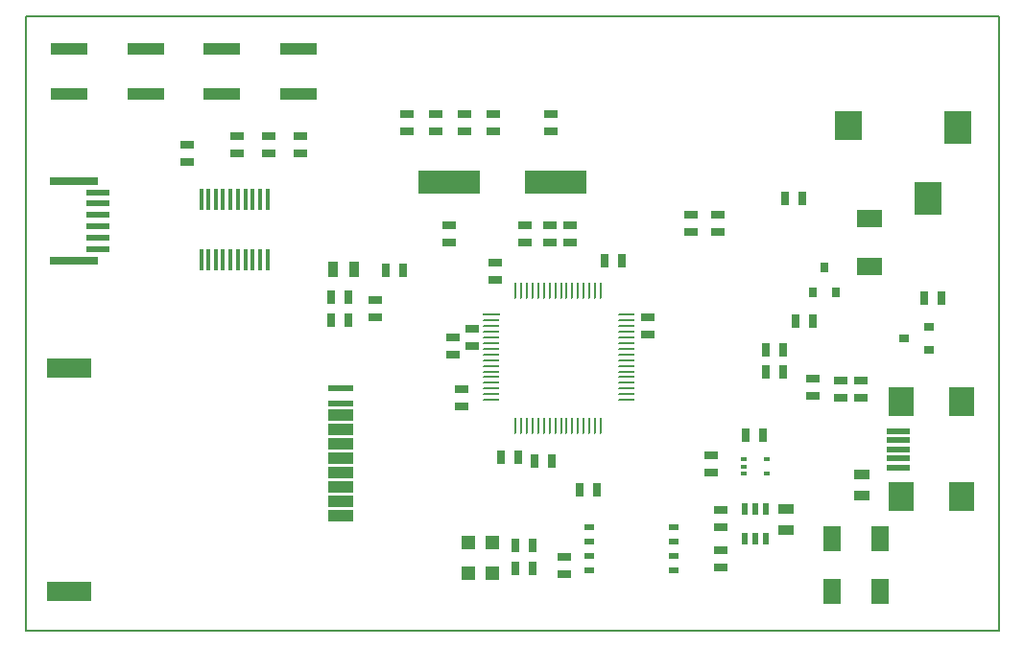
<source format=gtp>
G04 (created by PCBNEW-RS274X (2011-05-25)-stable) date Fri 18 May 2012 19:27:03 CEST*
G01*
G70*
G90*
%MOIN*%
G04 Gerber Fmt 3.4, Leading zero omitted, Abs format*
%FSLAX34Y34*%
G04 APERTURE LIST*
%ADD10C,0.006000*%
%ADD11C,0.008000*%
%ADD12R,0.025000X0.045000*%
%ADD13R,0.045000X0.025000*%
%ADD14R,0.035000X0.055000*%
%ADD15R,0.055000X0.035000*%
%ADD16R,0.060000X0.009800*%
%ADD17O,0.060000X0.009800*%
%ADD18O,0.009800X0.060000*%
%ADD19R,0.031500X0.035400*%
%ADD20R,0.035400X0.031500*%
%ADD21R,0.126000X0.039400*%
%ADD22R,0.078700X0.019700*%
%ADD23R,0.086600X0.098400*%
%ADD24R,0.090600X0.039400*%
%ADD25R,0.090600X0.019700*%
%ADD26R,0.157500X0.066900*%
%ADD27R,0.016000X0.074800*%
%ADD28R,0.020000X0.012000*%
%ADD29R,0.023600X0.043300*%
%ADD30R,0.090600X0.059800*%
%ADD31R,0.059800X0.090600*%
%ADD32R,0.037900X0.019700*%
%ADD33R,0.047200X0.047200*%
%ADD34R,0.094500X0.116100*%
%ADD35R,0.094500X0.104300*%
%ADD36R,0.216500X0.078700*%
%ADD37R,0.078700X0.023600*%
%ADD38R,0.165400X0.027600*%
G04 APERTURE END LIST*
G54D10*
G54D11*
X14450Y-56300D02*
X14450Y-34950D01*
X48250Y-56300D02*
X14450Y-56300D01*
X48250Y-34950D02*
X48250Y-56300D01*
X15250Y-34950D02*
X48250Y-34950D01*
X14450Y-34950D02*
X15250Y-34950D01*
G54D12*
X33687Y-51400D03*
X34287Y-51400D03*
X41795Y-45537D03*
X41195Y-45537D03*
X32050Y-53350D03*
X31450Y-53350D03*
X32050Y-54150D03*
X31450Y-54150D03*
X40842Y-41267D03*
X41442Y-41267D03*
X25050Y-44700D03*
X25650Y-44700D03*
X40150Y-46550D03*
X40750Y-46550D03*
X40150Y-47300D03*
X40750Y-47300D03*
G54D13*
X32700Y-38350D03*
X32700Y-38950D03*
X30700Y-38350D03*
X30700Y-38950D03*
X29700Y-38350D03*
X29700Y-38950D03*
X28700Y-38350D03*
X28700Y-38950D03*
X27700Y-38350D03*
X27700Y-38950D03*
X42750Y-48200D03*
X42750Y-47600D03*
X43450Y-48200D03*
X43450Y-47600D03*
G54D12*
X46250Y-44750D03*
X45650Y-44750D03*
X27551Y-43763D03*
X26951Y-43763D03*
G54D13*
X38600Y-52100D03*
X38600Y-52700D03*
X38600Y-54100D03*
X38600Y-53500D03*
G54D12*
X34550Y-43450D03*
X35150Y-43450D03*
X32725Y-50400D03*
X32125Y-50400D03*
G54D13*
X29150Y-42200D03*
X29150Y-42800D03*
X31800Y-42800D03*
X31800Y-42200D03*
X29600Y-47900D03*
X29600Y-48500D03*
X30750Y-44100D03*
X30750Y-43500D03*
X38500Y-42450D03*
X38500Y-41850D03*
X29300Y-46700D03*
X29300Y-46100D03*
X37550Y-42450D03*
X37550Y-41850D03*
G54D12*
X25650Y-45500D03*
X25050Y-45500D03*
G54D13*
X33350Y-42800D03*
X33350Y-42200D03*
X36050Y-46025D03*
X36050Y-45425D03*
X26600Y-45400D03*
X26600Y-44800D03*
X41800Y-48150D03*
X41800Y-47550D03*
G54D12*
X31550Y-50275D03*
X30950Y-50275D03*
G54D13*
X32647Y-42804D03*
X32647Y-42204D03*
X29950Y-46400D03*
X29950Y-45800D03*
G54D14*
X25870Y-43753D03*
X25120Y-43753D03*
G54D15*
X43500Y-50875D03*
X43500Y-51625D03*
G54D16*
X30639Y-45324D03*
G54D17*
X30639Y-45521D03*
X30639Y-45718D03*
X30639Y-45915D03*
X30639Y-46112D03*
X30639Y-46308D03*
X30639Y-46505D03*
X30639Y-46702D03*
X30639Y-46899D03*
X30639Y-47096D03*
X30639Y-47293D03*
X30639Y-47489D03*
X30639Y-47686D03*
X30639Y-47883D03*
X30639Y-48080D03*
X30639Y-48277D03*
G54D18*
X31474Y-49175D03*
X31671Y-49175D03*
X31868Y-49175D03*
X32065Y-49175D03*
X32262Y-49175D03*
X32458Y-49175D03*
X32655Y-49175D03*
X32852Y-49175D03*
X33049Y-49175D03*
X33246Y-49175D03*
X33443Y-49175D03*
X33639Y-49175D03*
X33836Y-49175D03*
X34033Y-49175D03*
X34230Y-49175D03*
X34427Y-49175D03*
G54D17*
X35325Y-48277D03*
X35325Y-48080D03*
X35325Y-47883D03*
X35325Y-47686D03*
X35325Y-47489D03*
X35325Y-47293D03*
X35325Y-47096D03*
X35325Y-46899D03*
X35325Y-46702D03*
X35325Y-46505D03*
X35325Y-46308D03*
X35325Y-46112D03*
X35325Y-45915D03*
X35325Y-45718D03*
X35325Y-45521D03*
X35325Y-45324D03*
G54D18*
X34427Y-44489D03*
X34230Y-44489D03*
X33836Y-44489D03*
X34033Y-44482D03*
X33639Y-44489D03*
X33443Y-44489D03*
X33246Y-44489D03*
X33049Y-44489D03*
X32852Y-44489D03*
X32655Y-44489D03*
X32461Y-44489D03*
X32264Y-44489D03*
X32067Y-44489D03*
X31870Y-44489D03*
X31674Y-44489D03*
X31477Y-44489D03*
G54D19*
X41806Y-44533D03*
X42594Y-44533D03*
X42200Y-43667D03*
G54D20*
X45833Y-46544D03*
X45833Y-45756D03*
X44967Y-46150D03*
G54D21*
X18639Y-36063D03*
X18639Y-37637D03*
X15961Y-37637D03*
X15961Y-36063D03*
X23939Y-36063D03*
X23939Y-37637D03*
X21261Y-37637D03*
X21261Y-36063D03*
G54D22*
X44764Y-50315D03*
X44764Y-50000D03*
X44764Y-49685D03*
X44764Y-49370D03*
X44764Y-50630D03*
G54D23*
X44863Y-51654D03*
X44863Y-48346D03*
X46949Y-51654D03*
X46949Y-48346D03*
G54D24*
X25403Y-52294D03*
X25403Y-51794D03*
X25403Y-50794D03*
X25403Y-51294D03*
X25403Y-50294D03*
X25403Y-49794D03*
X25403Y-49294D03*
X25403Y-48794D03*
G54D25*
X25403Y-48400D03*
X25403Y-47889D03*
G54D26*
X15954Y-47172D03*
X15954Y-54928D03*
G54D27*
X22850Y-41300D03*
X22600Y-41300D03*
X22340Y-41300D03*
X22080Y-41300D03*
X21830Y-41300D03*
X21570Y-41300D03*
X21310Y-41300D03*
X21060Y-41300D03*
X20800Y-41300D03*
X20550Y-41300D03*
X20550Y-43400D03*
X20800Y-43400D03*
X21060Y-43400D03*
X21310Y-43400D03*
X21570Y-43400D03*
X21830Y-43400D03*
X22080Y-43400D03*
X22340Y-43400D03*
X22600Y-43400D03*
X22850Y-43400D03*
G54D12*
X40050Y-49500D03*
X39450Y-49500D03*
G54D13*
X24000Y-39100D03*
X24000Y-39700D03*
X22900Y-39700D03*
X22900Y-39100D03*
X21800Y-39100D03*
X21800Y-39700D03*
X38250Y-50200D03*
X38250Y-50800D03*
G54D28*
X39400Y-50350D03*
X39400Y-50850D03*
X40200Y-50350D03*
X39400Y-50600D03*
X40200Y-50850D03*
G54D29*
X39426Y-53112D03*
X39800Y-53112D03*
X40174Y-53112D03*
X39426Y-52088D03*
X39800Y-52088D03*
X40174Y-52088D03*
G54D30*
X43750Y-43639D03*
X43750Y-41961D03*
G54D31*
X44139Y-53100D03*
X42461Y-53100D03*
X44139Y-54950D03*
X42461Y-54950D03*
G54D32*
X36955Y-52700D03*
X36955Y-54200D03*
X36955Y-53700D03*
X36955Y-53200D03*
X34045Y-54200D03*
X34045Y-53700D03*
X34046Y-53200D03*
X34045Y-52700D03*
G54D33*
X30663Y-53250D03*
X29837Y-53250D03*
X30663Y-54300D03*
X29837Y-54300D03*
G54D34*
X46843Y-38811D03*
X45780Y-41281D03*
G54D35*
X43024Y-38752D03*
G54D36*
X32850Y-40700D03*
X29150Y-40700D03*
G54D13*
X33178Y-53736D03*
X33178Y-54336D03*
G54D37*
X16947Y-41066D03*
X16947Y-41459D03*
X16947Y-41853D03*
X16947Y-42247D03*
X16947Y-42641D03*
X16947Y-43034D03*
G54D38*
X16120Y-40672D03*
X16120Y-43428D03*
G54D15*
X40850Y-52075D03*
X40850Y-52825D03*
G54D13*
X20050Y-39400D03*
X20050Y-40000D03*
M02*

</source>
